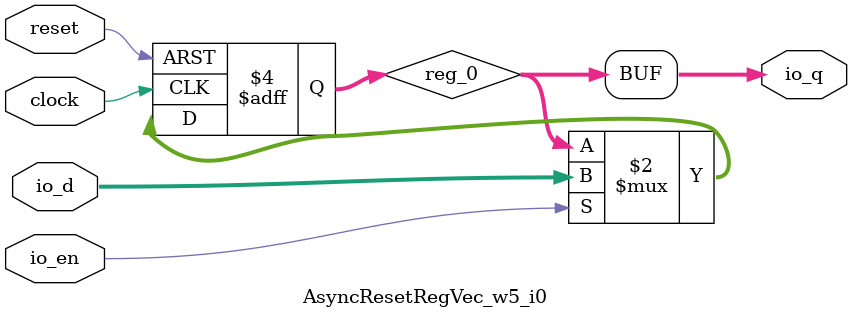
<source format=sv>

`ifndef PRINTF_COND_
  `ifdef PRINTF_COND
    `define PRINTF_COND_ (`PRINTF_COND)
  `else  // PRINTF_COND
    `define PRINTF_COND_ 1
  `endif // PRINTF_COND
`endif // not def PRINTF_COND_

// Users can define 'ASSERT_VERBOSE_COND' to add an extra gate to assert error printing.
`ifndef ASSERT_VERBOSE_COND_
  `ifdef ASSERT_VERBOSE_COND
    `define ASSERT_VERBOSE_COND_ (`ASSERT_VERBOSE_COND)
  `else  // ASSERT_VERBOSE_COND
    `define ASSERT_VERBOSE_COND_ 1
  `endif // ASSERT_VERBOSE_COND
`endif // not def ASSERT_VERBOSE_COND_

// Users can define 'STOP_COND' to add an extra gate to stop conditions.
`ifndef STOP_COND_
  `ifdef STOP_COND
    `define STOP_COND_ (`STOP_COND)
  `else  // STOP_COND
    `define STOP_COND_ 1
  `endif // STOP_COND
`endif // not def STOP_COND_

module AsyncResetRegVec_w5_i0(
  input        clock,
               reset,
  input  [4:0] io_d,
  output [4:0] io_q,
  input        io_en
);

  reg [4:0] reg_0;
  always @(posedge clock or posedge reset) begin
    if (reset)
      reg_0 <= 5'h0;
    else if (io_en)
      reg_0 <= io_d;
  end // always @(posedge, posedge)
  `ifdef ENABLE_INITIAL_REG_
    `ifdef FIRRTL_BEFORE_INITIAL
      `FIRRTL_BEFORE_INITIAL
    `endif // FIRRTL_BEFORE_INITIAL
    initial begin
      if (reset)
        reg_0 = 5'h0;
    end // initial
    `ifdef FIRRTL_AFTER_INITIAL
      `FIRRTL_AFTER_INITIAL
    `endif // FIRRTL_AFTER_INITIAL
  `endif // ENABLE_INITIAL_REG_
  assign io_q = reg_0;
endmodule


</source>
